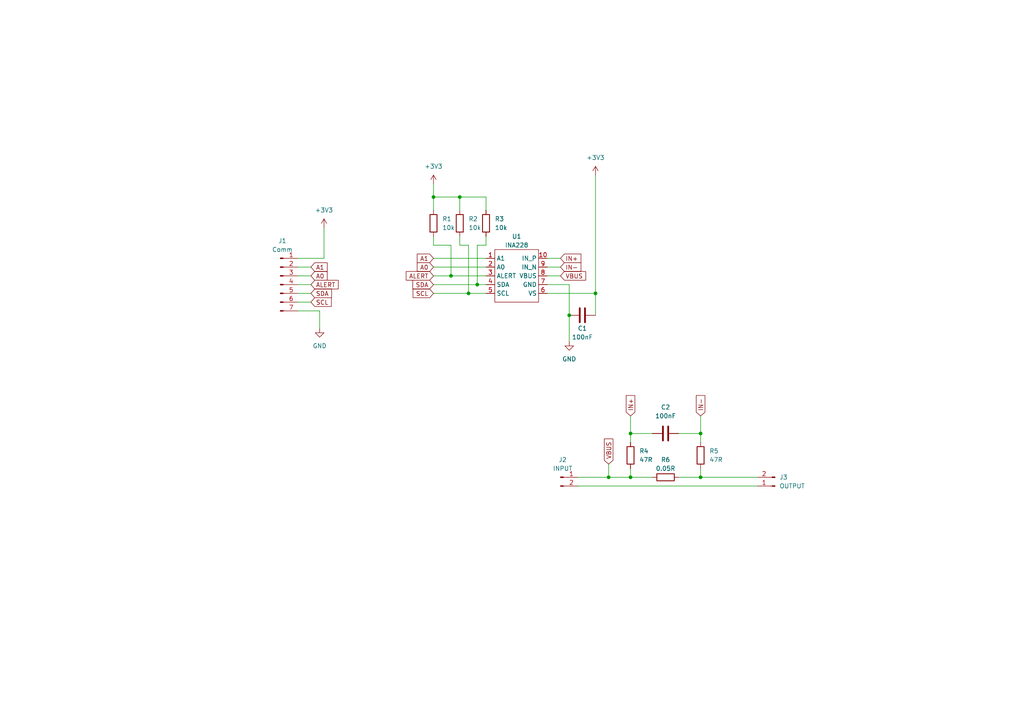
<source format=kicad_sch>
(kicad_sch (version 20211123) (generator eeschema)
  (paper "A4")
  (lib_symbols
    (symbol "Connector:Conn_01x02_Male" (pin_names (offset 1.016) hide)
      (property "Reference" "J" (at 0 2.54 0))
      (property "Value" "Conn_01x02_Male" (at 0 -5.08 0))
      (symbol "Conn_01x02_Male_1_1"
        (polyline (pts (xy 1.27 -2.54) (xy 0.8636 -2.54)) (stroke (width 0.1524)))
        (polyline (pts (xy 1.27 0) (xy 0.8636 0)) (stroke (width 0.1524)))
        (rectangle (start 0.8636 -2.413) (end 0 -2.667) (stroke (width 0.1524)) (fill (type outline)))
        (rectangle (start 0.8636 0.127) (end 0 -0.127) (stroke (width 0.1524)) (fill (type outline)))
        (pin passive line (at 5.08 0 180) (length 3.81) (name "Pin_1") (number "1"))
        (pin passive line (at 5.08 -2.54 180) (length 3.81) (name "Pin_2") (number "2"))
      )
    )
    (symbol "Connector:Conn_01x07_Male" (pin_names (offset 1.016) hide)
      (property "Reference" "J" (at 0 10.16 0))
      (property "Value" "Conn_01x07_Male" (at 0 -10.16 0))
      (symbol "Conn_01x07_Male_1_1"
        (polyline (pts (xy 1.27 -7.62) (xy 0.8636 -7.62)) (stroke (width 0.1524)))
        (polyline (pts (xy 1.27 -5.08) (xy 0.8636 -5.08)) (stroke (width 0.1524)))
        (polyline (pts (xy 1.27 -2.54) (xy 0.8636 -2.54)) (stroke (width 0.1524)))
        (polyline (pts (xy 1.27 0) (xy 0.8636 0)) (stroke (width 0.1524)))
        (polyline (pts (xy 1.27 2.54) (xy 0.8636 2.54)) (stroke (width 0.1524)))
        (polyline (pts (xy 1.27 5.08) (xy 0.8636 5.08)) (stroke (width 0.1524)))
        (polyline (pts (xy 1.27 7.62) (xy 0.8636 7.62)) (stroke (width 0.1524)))
        (rectangle (start 0.8636 -7.493) (end 0 -7.747) (stroke (width 0.1524)) (fill (type outline)))
        (rectangle (start 0.8636 -4.953) (end 0 -5.207) (stroke (width 0.1524)) (fill (type outline)))
        (rectangle (start 0.8636 -2.413) (end 0 -2.667) (stroke (width 0.1524)) (fill (type outline)))
        (rectangle (start 0.8636 0.127) (end 0 -0.127) (stroke (width 0.1524)) (fill (type outline)))
        (rectangle (start 0.8636 2.667) (end 0 2.413) (stroke (width 0.1524)) (fill (type outline)))
        (rectangle (start 0.8636 5.207) (end 0 4.953) (stroke (width 0.1524)) (fill (type outline)))
        (rectangle (start 0.8636 7.747) (end 0 7.493) (stroke (width 0.1524)) (fill (type outline)))
        (pin passive line (at 5.08 7.62 180) (length 3.81) (name "Pin_1") (number "1"))
        (pin passive line (at 5.08 5.08 180) (length 3.81) (name "Pin_2") (number "2"))
        (pin passive line (at 5.08 2.54 180) (length 3.81) (name "Pin_3") (number "3"))
        (pin passive line (at 5.08 0 180) (length 3.81) (name "Pin_4") (number "4"))
        (pin passive line (at 5.08 -2.54 180) (length 3.81) (name "Pin_5") (number "5"))
        (pin passive line (at 5.08 -5.08 180) (length 3.81) (name "Pin_6") (number "6"))
        (pin passive line (at 5.08 -7.62 180) (length 3.81) (name "Pin_7") (number "7"))
      )
    )
    (symbol "Device:C" (pin_numbers hide) (pin_names (offset 0.254))
      (property "Reference" "C" (at 0.635 2.54 0))
      (property "Value" "C" (at 0.635 -2.54 0))
      (symbol "C_0_1"
        (polyline (pts (xy -2.032 -0.762) (xy 2.032 -0.762)) (stroke (width 0.508)))
        (polyline (pts (xy -2.032 0.762) (xy 2.032 0.762)) (stroke (width 0.508)))
      )
      (symbol "C_1_1"
        (pin passive line (at 0 3.81 270) (length 2.794) (name "~") (number "1"))
        (pin passive line (at 0 -3.81 90) (length 2.794) (name "~") (number "2"))
      )
    )
    (symbol "Device:R" (pin_numbers hide) (pin_names (offset 0))
      (property "Reference" "R" (at 2.032 0 90))
      (property "Value" "R" (at 0 0 90))
      (symbol "R_0_1"
        (rectangle (start -1.016 -2.54) (end 1.016 2.54) (stroke (width 0.254)))
      )
      (symbol "R_1_1"
        (pin passive line (at 0 3.81 270) (length 1.27) (name "~") (number "1"))
        (pin passive line (at 0 -3.81 90) (length 1.27) (name "~") (number "2"))
      )
    )
    (symbol "JackcoLib:INA228"
      (property "Reference" "U" (at 0 8.89 0))
      (property "Value" "INA228" (at 0 -8.89 0))
      (symbol "INA228_0_1"
        (rectangle (start -6.35 7.62) (end 6.35 -7.62) (stroke (width 0.1524)))
      )
      (symbol "INA228_1_1"
        (pin input line (at -8.89 5.08 0) (length 2.54) (name "A1") (number "1"))
        (pin input line (at 8.89 5.08 180) (length 2.54) (name "IN_P") (number "10"))
        (pin input line (at -8.89 2.54 0) (length 2.54) (name "A0") (number "2"))
        (pin input line (at -8.89 0 0) (length 2.54) (name "ALERT") (number "3"))
        (pin input line (at -8.89 -2.54 0) (length 2.54) (name "SDA") (number "4"))
        (pin input line (at -8.89 -5.08 0) (length 2.54) (name "SCL") (number "5"))
        (pin input line (at 8.89 -5.08 180) (length 2.54) (name "VS") (number "6"))
        (pin input line (at 8.89 -2.54 180) (length 2.54) (name "GND") (number "7"))
        (pin input line (at 8.89 0 180) (length 2.54) (name "VBUS") (number "8"))
        (pin input line (at 8.89 2.54 180) (length 2.54) (name "IN_N") (number "9"))
      )
    )
    (symbol "power:+3V3" (power) (pin_names (offset 0))
      (property "Value" "+3V3" (at 0 3.556 0))
      (symbol "+3V3_0_1"
        (polyline (pts (xy -0.762 1.27) (xy 0 2.54)))
        (polyline (pts (xy 0 0) (xy 0 2.54)))
        (polyline (pts (xy 0 2.54) (xy 0.762 1.27)))
      )
      (symbol "+3V3_1_1"
        (pin power_in line (at 0 0 90) (length 0) hide (name "+3V3") (number "1"))
      )
    )
    (symbol "power:GND" (power) (pin_names (offset 0))
      (property "Value" "GND" (at 0 -3.81 0))
      (symbol "GND_0_1"
        (polyline (pts (xy 0 0) (xy 0 -1.27) (xy 1.27 -1.27) (xy 0 -2.54) (xy -1.27 -1.27) (xy 0 -1.27)))
      )
      (symbol "GND_1_1"
        (pin power_in line (at 0 0 270) (length 0) hide (name "GND") (number "1"))
      )
    )
  )
  (junction (at 176.53 138.43))
  (junction (at 172.72 85.09))
  (junction (at 182.88 125.73))
  (junction (at 135.89 85.09))
  (junction (at 125.73 57.15))
  (junction (at 203.2 125.73))
  (junction (at 165.1 91.44))
  (junction (at 130.81 80.01))
  (junction (at 182.88 138.43))
  (junction (at 138.43 82.55))
  (junction (at 133.35 57.15))
  (junction (at 203.2 138.43))
  (wire (pts (xy 130.81 71.12) (xy 130.81 80.01)))
  (wire (pts (xy 125.73 80.01) (xy 130.81 80.01)))
  (wire (pts (xy 158.75 74.93) (xy 162.56 74.93)))
  (wire (pts (xy 140.97 57.15) (xy 140.97 60.96)))
  (wire (pts (xy 196.85 138.43) (xy 203.2 138.43)))
  (wire (pts (xy 167.64 138.43) (xy 176.53 138.43)))
  (wire (pts (xy 86.36 80.01) (xy 90.17 80.01)))
  (wire (pts (xy 182.88 135.89) (xy 182.88 138.43)))
  (wire (pts (xy 125.73 77.47) (xy 140.97 77.47)))
  (wire (pts (xy 125.73 57.15) (xy 125.73 60.96)))
  (wire (pts (xy 125.73 82.55) (xy 138.43 82.55)))
  (wire (pts (xy 203.2 138.43) (xy 219.71 138.43)))
  (wire (pts (xy 176.53 134.62) (xy 176.53 138.43)))
  (wire (pts (xy 133.35 57.15) (xy 133.35 60.96)))
  (wire (pts (xy 196.85 125.73) (xy 203.2 125.73)))
  (wire (pts (xy 176.53 138.43) (xy 182.88 138.43)))
  (wire (pts (xy 138.43 82.55) (xy 140.97 82.55)))
  (wire (pts (xy 203.2 120.65) (xy 203.2 125.73)))
  (wire (pts (xy 125.73 68.58) (xy 125.73 71.12)))
  (wire (pts (xy 140.97 71.12) (xy 138.43 71.12)))
  (wire (pts (xy 138.43 71.12) (xy 138.43 82.55)))
  (wire (pts (xy 203.2 125.73) (xy 203.2 128.27)))
  (wire (pts (xy 182.88 138.43) (xy 189.23 138.43)))
  (wire (pts (xy 182.88 125.73) (xy 182.88 128.27)))
  (wire (pts (xy 140.97 68.58) (xy 140.97 71.12)))
  (wire (pts (xy 86.36 82.55) (xy 90.17 82.55)))
  (wire (pts (xy 158.75 80.01) (xy 162.56 80.01)))
  (wire (pts (xy 93.98 74.93) (xy 93.98 66.04)))
  (wire (pts (xy 165.1 91.44) (xy 165.1 99.06)))
  (wire (pts (xy 172.72 85.09) (xy 172.72 50.8)))
  (wire (pts (xy 125.73 53.34) (xy 125.73 57.15)))
  (wire (pts (xy 158.75 82.55) (xy 165.1 82.55)))
  (wire (pts (xy 158.75 85.09) (xy 172.72 85.09)))
  (wire (pts (xy 133.35 57.15) (xy 140.97 57.15)))
  (wire (pts (xy 133.35 68.58) (xy 133.35 71.12)))
  (wire (pts (xy 86.36 85.09) (xy 90.17 85.09)))
  (wire (pts (xy 133.35 71.12) (xy 135.89 71.12)))
  (wire (pts (xy 135.89 71.12) (xy 135.89 85.09)))
  (wire (pts (xy 135.89 85.09) (xy 140.97 85.09)))
  (wire (pts (xy 158.75 77.47) (xy 162.56 77.47)))
  (wire (pts (xy 130.81 80.01) (xy 140.97 80.01)))
  (wire (pts (xy 92.71 90.17) (xy 92.71 95.25)))
  (wire (pts (xy 86.36 87.63) (xy 90.17 87.63)))
  (wire (pts (xy 165.1 82.55) (xy 165.1 91.44)))
  (wire (pts (xy 189.23 125.73) (xy 182.88 125.73)))
  (wire (pts (xy 86.36 77.47) (xy 90.17 77.47)))
  (wire (pts (xy 86.36 74.93) (xy 93.98 74.93)))
  (wire (pts (xy 86.36 90.17) (xy 92.71 90.17)))
  (wire (pts (xy 125.73 57.15) (xy 133.35 57.15)))
  (wire (pts (xy 125.73 71.12) (xy 130.81 71.12)))
  (wire (pts (xy 167.64 140.97) (xy 219.71 140.97)))
  (wire (pts (xy 203.2 135.89) (xy 203.2 138.43)))
  (wire (pts (xy 182.88 120.65) (xy 182.88 125.73)))
  (wire (pts (xy 125.73 85.09) (xy 135.89 85.09)))
  (wire (pts (xy 172.72 85.09) (xy 172.72 91.44)))
  (wire (pts (xy 125.73 74.93) (xy 140.97 74.93)))
  (global_label "SDA" (shape input) (at 125.73 82.55 180) (property "Intersheet References" "${INTERSHEET_REFS}" (effects hide)))
  (global_label "IN-" (shape input) (at 162.56 77.47 0) (property "Intersheet References" "${INTERSHEET_REFS}" (effects hide)))
  (global_label "A0" (shape input) (at 90.17 80.01 0) (property "Intersheet References" "${INTERSHEET_REFS}" (effects hide)))
  (global_label "VBUS" (shape input) (at 162.56 80.01 0) (property "Intersheet References" "${INTERSHEET_REFS}" (effects hide)))
  (global_label "SCL" (shape input) (at 90.17 87.63 0) (property "Intersheet References" "${INTERSHEET_REFS}" (effects hide)))
  (global_label "IN-" (shape input) (at 203.2 120.65 90) (property "Intersheet References" "${INTERSHEET_REFS}" (effects hide)))
  (global_label "A0" (shape input) (at 125.73 77.47 180) (property "Intersheet References" "${INTERSHEET_REFS}" (effects hide)))
  (global_label "IN+" (shape input) (at 182.88 120.65 90) (property "Intersheet References" "${INTERSHEET_REFS}" (effects hide)))
  (global_label "A1" (shape input) (at 125.73 74.93 180) (property "Intersheet References" "${INTERSHEET_REFS}" (effects hide)))
  (global_label "SDA" (shape input) (at 90.17 85.09 0) (property "Intersheet References" "${INTERSHEET_REFS}" (effects hide)))
  (global_label "VBUS" (shape input) (at 176.53 134.62 90) (property "Intersheet References" "${INTERSHEET_REFS}" (effects hide)))
  (global_label "ALERT" (shape input) (at 90.17 82.55 0) (property "Intersheet References" "${INTERSHEET_REFS}" (effects hide)))
  (global_label "IN+" (shape input) (at 162.56 74.93 0) (property "Intersheet References" "${INTERSHEET_REFS}" (effects hide)))
  (global_label "ALERT" (shape input) (at 125.73 80.01 180) (property "Intersheet References" "${INTERSHEET_REFS}" (effects hide)))
  (global_label "SCL" (shape input) (at 125.73 85.09 180) (property "Intersheet References" "${INTERSHEET_REFS}" (effects hide)))
  (global_label "A1" (shape input) (at 90.17 77.47 0) (property "Intersheet References" "${INTERSHEET_REFS}" (effects hide)))
  (symbol (lib_id "power:+3V3") (at 93.98 66.04 0) (unit 1)
    (property "Reference" "#PWR0102" (effects hide))
    (property "Value" "+3V3" (at 93.98 60.96 0))
  )
  (symbol (lib_id "Device:R") (at 125.73 64.77 0) (unit 1)
    (property "Reference" "R1" (at 128.27 63.4999 0) (effects (justify left)))
    (property "Value" "10k" (at 128.27 66.0399 0) (effects (justify left)))
    (property "Footprint" "Resistor_SMD:R_0603_1608Metric_Pad0.98x0.95mm_HandSolder" (effects hide))
  )
  (symbol (lib_id "power:+3V3") (at 125.73 53.34 0) (unit 1)
    (property "Reference" "#PWR0101" (effects hide))
    (property "Value" "+3V3" (at 125.73 48.26 0))
  )
  (symbol (lib_id "Device:R") (at 140.97 64.77 0) (unit 1)
    (property "Reference" "R3" (at 143.51 63.4999 0) (effects (justify left)))
    (property "Value" "10k" (at 143.51 66.0399 0) (effects (justify left)))
    (property "Footprint" "Resistor_SMD:R_0603_1608Metric_Pad0.98x0.95mm_HandSolder" (effects hide))
  )
  (symbol (lib_id "Connector:Conn_01x02_Male") (at 162.56 138.43 0) (unit 1)
    (property "Reference" "J2" (at 163.195 133.35 0))
    (property "Value" "INPUT" (at 163.195 135.89 0))
    (property "Footprint" "Connector_PinHeader_2.54mm:PinHeader_1x02_P2.54mm_Vertical" (effects hide))
  )
  (symbol (lib_id "Device:C") (at 193.04 125.73 90) (unit 1)
    (property "Reference" "C2" (at 193.04 118.11 90))
    (property "Value" "100nF" (at 193.04 120.65 90))
    (property "Footprint" "Capacitor_SMD:C_0603_1608Metric_Pad1.08x0.95mm_HandSolder" (effects hide))
  )
  (symbol (lib_id "Device:R") (at 203.2 132.08 0) (unit 1)
    (property "Reference" "R5" (at 205.74 130.8099 0) (effects (justify left)))
    (property "Value" "47R" (at 205.74 133.3499 0) (effects (justify left)))
    (property "Footprint" "Resistor_SMD:R_0603_1608Metric_Pad0.98x0.95mm_HandSolder" (effects hide))
  )
  (symbol (lib_id "Device:R") (at 193.04 138.43 270) (unit 1)
    (property "Reference" "R6" (at 193.04 133.35 90))
    (property "Value" "0.05R" (at 193.04 135.89 90))
    (property "Footprint" "Resistor_SMD:R_2512_6332Metric_Pad1.40x3.35mm_HandSolder" (effects hide))
  )
  (symbol (lib_id "power:GND") (at 165.1 99.06 0) (unit 1)
    (property "Reference" "#PWR0105" (effects hide))
    (property "Value" "GND" (at 165.1 104.14 0))
  )
  (symbol (lib_id "Device:R") (at 133.35 64.77 0) (unit 1)
    (property "Reference" "R2" (at 135.89 63.4999 0) (effects (justify left)))
    (property "Value" "10k" (at 135.89 66.0399 0) (effects (justify left)))
    (property "Footprint" "Resistor_SMD:R_0603_1608Metric_Pad0.98x0.95mm_HandSolder" (effects hide))
  )
  (symbol (lib_id "power:+3V3") (at 172.72 50.8 0) (unit 1)
    (property "Reference" "#PWR0104" (effects hide))
    (property "Value" "+3V3" (at 172.72 45.72 0))
  )
  (symbol (lib_id "Device:R") (at 182.88 132.08 0) (unit 1)
    (property "Reference" "R4" (at 185.42 130.8099 0) (effects (justify left)))
    (property "Value" "47R" (at 185.42 133.3499 0) (effects (justify left)))
    (property "Footprint" "Resistor_SMD:R_0603_1608Metric_Pad0.98x0.95mm_HandSolder" (effects hide))
  )
  (symbol (lib_id "Device:C") (at 168.91 91.44 90) (unit 1)
    (property "Reference" "C1" (at 168.91 95.25 90))
    (property "Value" "100nF" (at 168.91 97.79 90))
    (property "Footprint" "Capacitor_SMD:C_0603_1608Metric_Pad1.08x0.95mm_HandSolder" (effects hide))
  )
  (symbol (lib_id "power:GND") (at 92.71 95.25 0) (unit 1)
    (property "Reference" "#PWR0103" (effects hide))
    (property "Value" "GND" (at 92.71 100.33 0))
  )
  (symbol (lib_id "Connector:Conn_01x02_Male") (at 224.79 140.97 180) (unit 1)
    (property "Reference" "J3" (at 226.06 138.4299 0) (effects (justify right)))
    (property "Value" "OUTPUT" (at 226.06 140.9699 0) (effects (justify right)))
    (property "Footprint" "Connector_PinHeader_2.54mm:PinHeader_1x02_P2.54mm_Vertical" (effects hide))
  )
  (symbol (lib_id "Connector:Conn_01x07_Male") (at 81.28 82.55 0) (unit 1)
    (property "Reference" "J1" (at 81.915 69.85 0))
    (property "Value" "Comm" (at 81.915 72.39 0))
    (property "Footprint" "Connector_PinHeader_2.54mm:PinHeader_1x07_P2.54mm_Horizontal" (effects hide))
  )
  (symbol (lib_id "JackcoLib:INA228") (at 149.86 80.01 0) (unit 1)
    (property "Reference" "U1" (at 149.86 68.58 0))
    (property "Value" "INA228" (at 149.86 71.12 0))
    (property "Footprint" "Package_SO:VSSOP-10_3x3mm_P0.5mm" (effects hide))
  )
)
</source>
